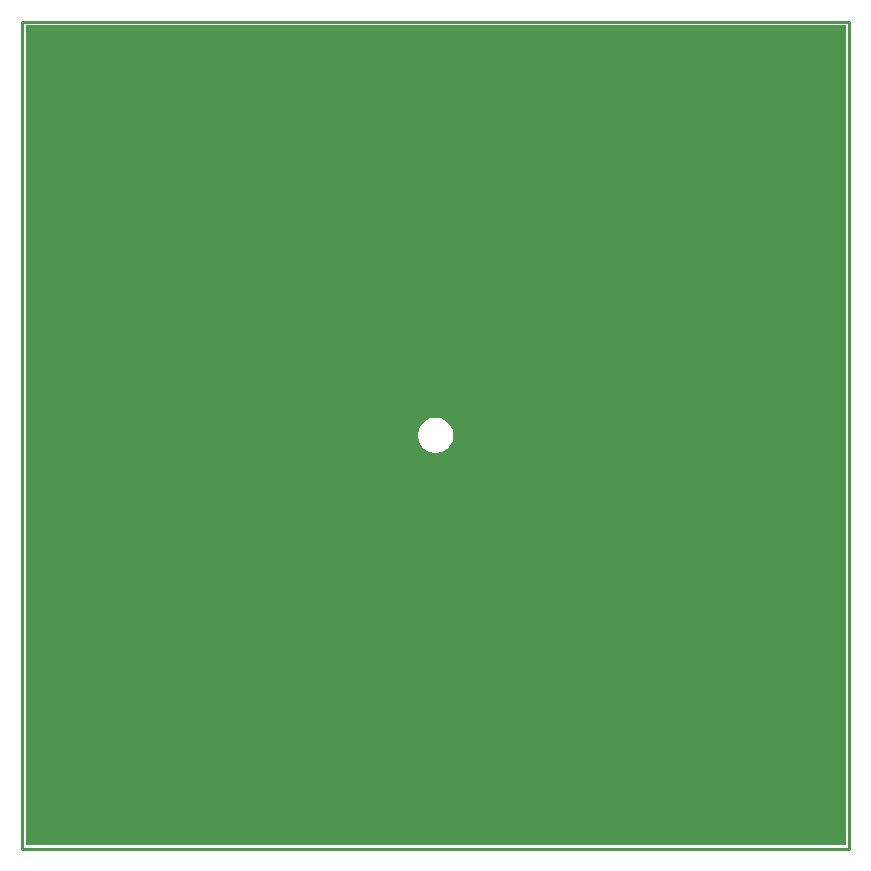
<source format=gbl>
G04*
G04 #@! TF.GenerationSoftware,Altium Limited,Altium Designer,22.4.2 (48)*
G04*
G04 Layer_Physical_Order=4*
G04 Layer_Color=16711680*
%FSLAX25Y25*%
%MOIN*%
G70*
G04*
G04 #@! TF.SameCoordinates,8AB4A971-0839-457E-B64D-4FD5DF5DD75B*
G04*
G04*
G04 #@! TF.FilePolarity,Positive*
G04*
G01*
G75*
%ADD51C,0.01968*%
%ADD52C,0.03543*%
%ADD53C,0.23622*%
%ADD54C,0.01000*%
G36*
X136650Y-136650D02*
X-136717D01*
Y136717D01*
X136650D01*
Y-136650D01*
D02*
G37*
%LPC*%
G36*
X548Y5939D02*
X-615D01*
X-1756Y5712D01*
X-2831Y5267D01*
X-3798Y4621D01*
X-4621Y3798D01*
X-5267Y2831D01*
X-5712Y1756D01*
X-5939Y615D01*
Y33D01*
Y-548D01*
X-5712Y-1689D01*
X-5267Y-2764D01*
X-4621Y-3731D01*
X-3798Y-4554D01*
X-2831Y-5200D01*
X-1756Y-5645D01*
X-615Y-5872D01*
X548D01*
X1689Y-5645D01*
X2764Y-5200D01*
X3731Y-4554D01*
X4554Y-3731D01*
X5200Y-2764D01*
X5645Y-1689D01*
X5872Y-548D01*
Y33D01*
Y615D01*
X5645Y1756D01*
X5200Y2831D01*
X4554Y3798D01*
X3731Y4621D01*
X2764Y5267D01*
X1689Y5712D01*
X548Y5939D01*
D02*
G37*
%LPD*%
D51*
X8005Y-2153D02*
D03*
X-2986Y-7250D02*
D03*
X-3426Y-9975D02*
D03*
X2999Y-13713D02*
D03*
X-2941Y-12688D02*
D03*
X-8279Y-1052D02*
D03*
X8212Y1119D02*
D03*
X-7401Y-3867D02*
D03*
X6565Y-5029D02*
D03*
X-7026Y4582D02*
D03*
X2919Y-7447D02*
D03*
X-8133Y1991D02*
D03*
X-4582Y7026D02*
D03*
X7334Y3934D02*
D03*
X-1119Y8279D02*
D03*
X2352Y8018D02*
D03*
X3359Y-10981D02*
D03*
X-5610Y-6170D02*
D03*
X5544Y6237D02*
D03*
X1622Y-41915D02*
D03*
X1427Y-39166D02*
D03*
X4303Y-16160D02*
D03*
X4728Y-33889D02*
D03*
X-6693Y-42323D02*
D03*
X-5118Y-18898D02*
D03*
Y-15748D02*
D03*
X4528Y-36811D02*
D03*
X-2199Y-29494D02*
D03*
X-4455Y-40225D02*
D03*
X4622Y-21395D02*
D03*
X4310Y-18656D02*
D03*
X-6102Y-45079D02*
D03*
X-14173Y-47047D02*
D03*
X-6102Y-10039D02*
D03*
X2858Y-44022D02*
D03*
X-5906Y-47441D02*
D03*
X4691Y-25163D02*
D03*
X-14961Y-9843D02*
D03*
X-10236Y-6102D02*
D03*
X4680Y-28643D02*
D03*
X-10236Y-13780D02*
D03*
X-2744Y-26583D02*
D03*
X-15157Y-35039D02*
D03*
X-7283Y-39370D02*
D03*
X3391Y-51463D02*
D03*
X-18504Y-41339D02*
D03*
X-2744Y-23744D02*
D03*
X-8268Y-52559D02*
D03*
X-10039Y-41339D02*
D03*
X4196Y-31356D02*
D03*
X-3353Y-21292D02*
D03*
X-22084Y-4640D02*
D03*
X9412Y-12514D02*
D03*
Y-4640D02*
D03*
X-29958Y-59758D02*
D03*
X-22084Y-51884D02*
D03*
X9412Y-20388D02*
D03*
X-22084D02*
D03*
X-14210Y-4640D02*
D03*
Y3235D02*
D03*
X9412Y-36136D02*
D03*
Y-28262D02*
D03*
X17286Y-59758D02*
D03*
X25160Y-12514D02*
D03*
X-6336Y-28262D02*
D03*
X17286Y-51884D02*
D03*
Y-20388D02*
D03*
Y-36136D02*
D03*
X-14210Y-20388D02*
D03*
X9412Y-44010D02*
D03*
X17286Y-12514D02*
D03*
X-29958D02*
D03*
X9412Y-51884D02*
D03*
X-14210Y-28262D02*
D03*
X17286Y-4640D02*
D03*
X-22084Y3235D02*
D03*
Y-59758D02*
D03*
Y-28262D02*
D03*
X-14210Y-51884D02*
D03*
X17286Y-28262D02*
D03*
Y3235D02*
D03*
X25160Y-59758D02*
D03*
X-22084Y-12514D02*
D03*
X9412Y-59758D02*
D03*
X17286Y-44010D02*
D03*
X2865Y-46518D02*
D03*
X-4846Y-50321D02*
D03*
X3124Y-49262D02*
D03*
X-3686Y-52991D02*
D03*
X-2082Y-70879D02*
D03*
X673D02*
D03*
X3353Y-70233D02*
D03*
X-4413Y-69408D02*
D03*
X3317Y-56714D02*
D03*
X3399Y-53960D02*
D03*
X4147Y-67594D02*
D03*
X-4607Y-66659D02*
D03*
X4147Y-64838D02*
D03*
X-3859Y-55741D02*
D03*
X3399Y-59469D02*
D03*
X-4482Y-63906D02*
D03*
X3279Y-62222D02*
D03*
D52*
X40907Y81974D02*
D03*
X-85077D02*
D03*
X25159Y50478D02*
D03*
X56656Y81974D02*
D03*
X-100825Y-91254D02*
D03*
X25159Y-107002D02*
D03*
X9411Y97722D02*
D03*
X-53581Y-107002D02*
D03*
X88152Y34730D02*
D03*
X-132321Y18982D02*
D03*
X-100825Y66226D02*
D03*
X25159Y81974D02*
D03*
X-85077Y34730D02*
D03*
X-6337Y-91254D02*
D03*
X40907Y-107002D02*
D03*
X-22085D02*
D03*
X40907Y113470D02*
D03*
X88152Y-12514D02*
D03*
X-85077Y97722D02*
D03*
X103900Y3234D02*
D03*
X56656Y50478D02*
D03*
X-53581Y-75506D02*
D03*
X88152Y-44010D02*
D03*
Y-91254D02*
D03*
X-53581Y18982D02*
D03*
X-116573Y-44010D02*
D03*
X-132321Y3234D02*
D03*
Y-59758D02*
D03*
X-53581Y-28262D02*
D03*
X-37833D02*
D03*
X-69329Y113470D02*
D03*
X40907Y50478D02*
D03*
X56656Y-91254D02*
D03*
X-132321Y-28262D02*
D03*
X119648Y-91254D02*
D03*
X-37833Y66226D02*
D03*
X-132321D02*
D03*
X-85077Y-91254D02*
D03*
X-116573Y97722D02*
D03*
X56656Y-44010D02*
D03*
X-100825Y50478D02*
D03*
X-37833Y3234D02*
D03*
X-100825Y81974D02*
D03*
X72404Y-59758D02*
D03*
X103900Y97722D02*
D03*
X88152Y18982D02*
D03*
X119648Y-28262D02*
D03*
X-132321Y-122750D02*
D03*
X88152Y3234D02*
D03*
X103900Y-44010D02*
D03*
X119648Y-75506D02*
D03*
X56656Y-59758D02*
D03*
X103900Y-28262D02*
D03*
X-37833Y-44010D02*
D03*
X-53581Y50478D02*
D03*
X-116573Y81974D02*
D03*
X103900Y50478D02*
D03*
X-22085Y66226D02*
D03*
X-6337Y18982D02*
D03*
X88152Y-122750D02*
D03*
X-100825Y-12514D02*
D03*
X88152Y-28262D02*
D03*
X40907Y97722D02*
D03*
X-100825Y-75506D02*
D03*
X119648Y-12514D02*
D03*
X25159Y97722D02*
D03*
X-22085Y18982D02*
D03*
X119648Y-59758D02*
D03*
X-22085Y81974D02*
D03*
X40907Y-59758D02*
D03*
X-53581Y34730D02*
D03*
X103900Y-12514D02*
D03*
X56656Y34730D02*
D03*
X119648Y18982D02*
D03*
X-85077Y113470D02*
D03*
Y-12514D02*
D03*
X25159Y-122750D02*
D03*
X56656Y-28262D02*
D03*
X-116573Y-75506D02*
D03*
X-132321Y81974D02*
D03*
X56656Y-12514D02*
D03*
X-53581Y66226D02*
D03*
X40907Y-28262D02*
D03*
X72404Y66226D02*
D03*
X9411Y-122750D02*
D03*
X88152Y-75506D02*
D03*
X-85077Y-122750D02*
D03*
X40907Y18982D02*
D03*
X25159Y-91254D02*
D03*
X103900Y113470D02*
D03*
X-132321Y50478D02*
D03*
X-85077Y-59758D02*
D03*
X9411Y18982D02*
D03*
X-53581Y-12514D02*
D03*
X-69329Y18982D02*
D03*
X-22085Y97722D02*
D03*
X25159Y66226D02*
D03*
X-37833Y34730D02*
D03*
X40907Y66226D02*
D03*
X56656D02*
D03*
X-6337D02*
D03*
X-69329D02*
D03*
X-132321Y-75506D02*
D03*
X-6337Y-107002D02*
D03*
X-85077Y-28262D02*
D03*
X9411Y-107002D02*
D03*
X56656Y113470D02*
D03*
X88152Y66226D02*
D03*
X-37833Y81974D02*
D03*
X40907Y-12514D02*
D03*
X-100825Y-107002D02*
D03*
X-6337Y113470D02*
D03*
X72404Y-44010D02*
D03*
X9411Y113470D02*
D03*
X103900Y-59758D02*
D03*
X-69329Y81974D02*
D03*
X-116573Y50478D02*
D03*
X-69329Y-44010D02*
D03*
Y34730D02*
D03*
X-53581Y-122750D02*
D03*
X-132321Y97722D02*
D03*
X-22085Y-91254D02*
D03*
X-53581D02*
D03*
X-6337Y97722D02*
D03*
X56656Y-75506D02*
D03*
X-85077D02*
D03*
X-100825Y113470D02*
D03*
X119648Y34730D02*
D03*
X103900Y18982D02*
D03*
X-69329Y-107002D02*
D03*
X103900Y-75506D02*
D03*
X-100825Y-28262D02*
D03*
X88152Y-107002D02*
D03*
Y81974D02*
D03*
X103900Y-122750D02*
D03*
X-116573Y-28262D02*
D03*
X-132321Y-107002D02*
D03*
X-22085Y113470D02*
D03*
X-100825Y-122750D02*
D03*
X72404Y-91254D02*
D03*
Y3234D02*
D03*
X-132321Y113470D02*
D03*
X-6337Y34730D02*
D03*
X-53581Y-44010D02*
D03*
Y3234D02*
D03*
X119648Y66226D02*
D03*
X-69329Y-59758D02*
D03*
X9411Y-91254D02*
D03*
X-100825Y3234D02*
D03*
X88152Y113470D02*
D03*
X-6337Y-122750D02*
D03*
X40907Y-91254D02*
D03*
X9411Y34730D02*
D03*
X-69329Y-28262D02*
D03*
X72404Y-107002D02*
D03*
X-100825Y-59758D02*
D03*
X40907Y-44010D02*
D03*
X-22085Y34730D02*
D03*
X-37833Y-59758D02*
D03*
X103900Y66226D02*
D03*
X72404Y-12514D02*
D03*
X119648Y81974D02*
D03*
X-116573Y-12514D02*
D03*
X-85077Y66226D02*
D03*
X-100825Y97722D02*
D03*
X-53581Y-59758D02*
D03*
X40907Y3234D02*
D03*
X-69329Y50478D02*
D03*
X40907Y-122750D02*
D03*
X56656Y3234D02*
D03*
X-37833Y-75506D02*
D03*
X72404Y-122750D02*
D03*
Y-75506D02*
D03*
Y34730D02*
D03*
X-37833Y-122750D02*
D03*
X-53581Y113470D02*
D03*
X25159Y18982D02*
D03*
X9411Y50478D02*
D03*
X72404Y97722D02*
D03*
X56656D02*
D03*
X-85077Y18982D02*
D03*
X-100825Y34730D02*
D03*
X-85077Y3234D02*
D03*
X-53581Y81974D02*
D03*
X40907Y34730D02*
D03*
X119648Y97722D02*
D03*
X25159Y34730D02*
D03*
X-22085Y50478D02*
D03*
X103900Y-107002D02*
D03*
Y81974D02*
D03*
X9411Y66226D02*
D03*
X40907Y-75506D02*
D03*
X-53581Y97722D02*
D03*
X56656Y-107002D02*
D03*
X-132321Y-91254D02*
D03*
X-116573Y-59758D02*
D03*
Y66226D02*
D03*
X88152Y97722D02*
D03*
X-6337Y81974D02*
D03*
X-116573Y18982D02*
D03*
X-69329Y97722D02*
D03*
X119648Y-44010D02*
D03*
X56656Y-122750D02*
D03*
X-69329Y-75506D02*
D03*
X-37833Y-91254D02*
D03*
X72404Y-28262D02*
D03*
Y18982D02*
D03*
X-22085Y-122750D02*
D03*
X88152Y-59758D02*
D03*
X25159Y113470D02*
D03*
X-116573Y3234D02*
D03*
X-132321Y-44010D02*
D03*
X-116573Y-91254D02*
D03*
X-6337Y50478D02*
D03*
X-37833Y-107002D02*
D03*
Y50478D02*
D03*
X-116573Y34730D02*
D03*
X-132321Y-12514D02*
D03*
X-6337Y-75506D02*
D03*
X-85077Y-107002D02*
D03*
X-37833Y97722D02*
D03*
X103900Y34730D02*
D03*
Y-91254D02*
D03*
X-85077Y50478D02*
D03*
X72404Y113470D02*
D03*
X-37833Y18982D02*
D03*
X9411Y81974D02*
D03*
X119648Y3234D02*
D03*
X-85077Y-44010D02*
D03*
X-37833Y-12514D02*
D03*
X-69329Y-91254D02*
D03*
Y3234D02*
D03*
X119648Y50478D02*
D03*
X-69329Y-12514D02*
D03*
X88152Y50478D02*
D03*
X-100825Y-44010D02*
D03*
X72404Y50478D02*
D03*
X-132321Y34730D02*
D03*
X-100825Y18982D02*
D03*
X-69329Y-122750D02*
D03*
X56656Y18982D02*
D03*
X-37833Y113470D02*
D03*
X72404Y81974D02*
D03*
D53*
X-118144Y-118077D02*
D03*
X118077D02*
D03*
Y118144D02*
D03*
X-118144D02*
D03*
D54*
X-137829Y-137762D02*
X137762D01*
X-137829Y137829D02*
X137762D01*
Y-137762D02*
Y137829D01*
X-137829Y-137762D02*
Y137829D01*
M02*

</source>
